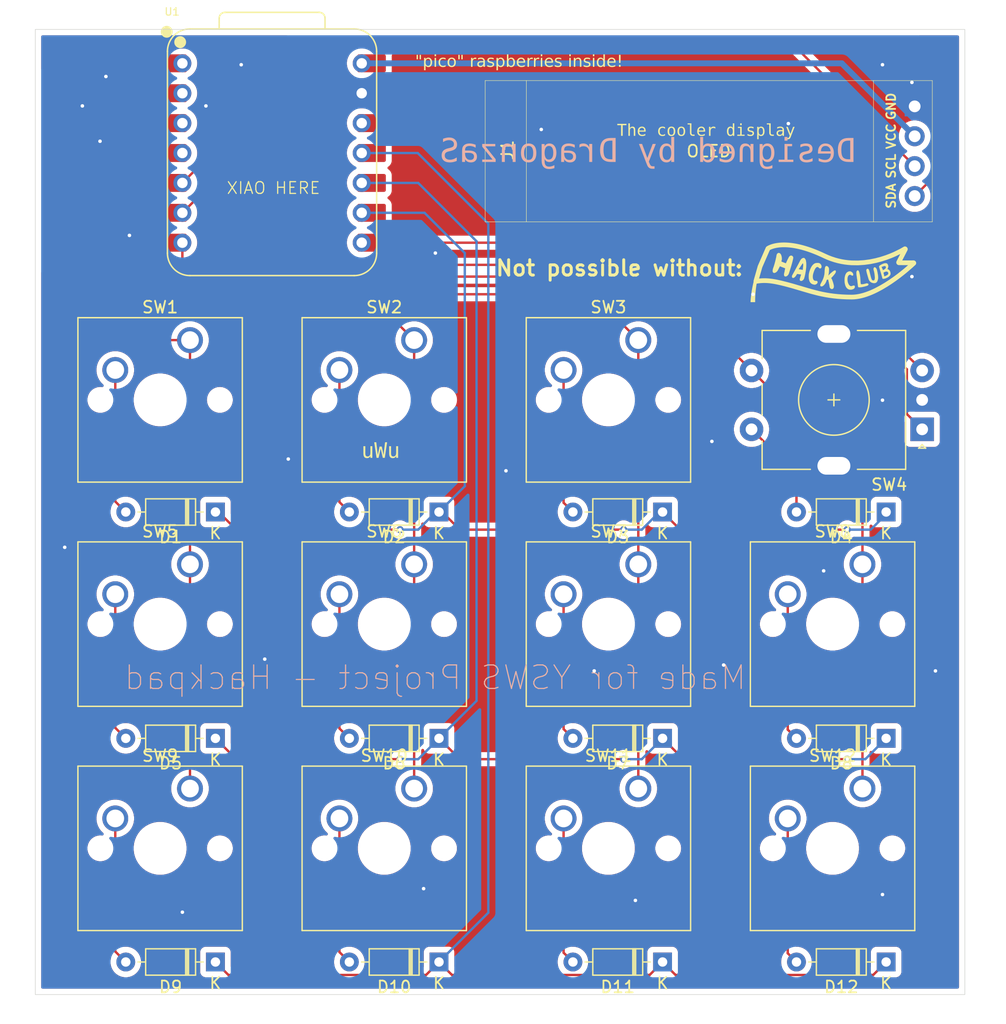
<source format=kicad_pcb>
(kicad_pcb (version 20241229) (generator "pcbnew") (generator_version "9.0")
  (layers (0 "F.Cu" signal) (2 "B.Cu" signal) (13 "F.Paste" user) (15 "B.Paste" user) (5 "F.SilkS" user "F.Silkscreen") (7 "B.SilkS" user "B.Silkscreen") (1 "F.Mask" user) (3 "B.Mask" user) (25 "Edge.Cuts" user))
  (net 0 "")
  (net 1 "Net-(D1-A)")
  (net 2 "ROW1")
  (net 3 "Net-(D3-A)")
  (net 4 "ROW2")
  (net 5 "Net-(D5-A)")
  (net 6 "Net-(D6-A)")
  (net 7 "ROW3")
  (net 8 "Net-(D7-A)")
  (net 9 "Net-(D8-A)")
  (net 10 "Net-(D9-A)")
  (net 11 "Net-(D10-A)")
  (net 12 "Net-(D11-A)")
  (net 13 "ENC_SW2")
  (net 14 "GND")
  (net 15 "+5V")
  (net 16 "SDA")
  (net 17 "SCL")
  (net 18 "COL1")
  (net 19 "COL2")
  (net 20 "COL3")
  (net 21 "ENC_A")
  (net 22 "ENC_B")
  (net 24 "Net-(D12-A)")
  (net 25 "COL4")
  (net 26 "Net-(D2-A)")
  (footprint "Diode_THT:D_DO-35_SOD27_P7.62mm_Horizontal" (layer "F.Cu") (at 179.81 131.7315 180)
    (property "Reference" "D8")
    (property "Value" "1N4148")
  )
  (footprint "Diode_THT:D_DO-35_SOD27_P7.62mm_Horizontal" (layer "F.Cu") (at 179.81 112.5 180)
    (property "Reference" "D4")
    (property "Value" "1N4148")
  )
  (footprint "Diode_THT:D_DO-35_SOD27_P7.62mm_Horizontal" (layer "F.Cu") (at 141.81 150.7315 180)
    (property "Reference" "D10")
    (property "Value" "1N4148")
  )
  (footprint "Seeed Studio XIAO Series Library:XIAO-RP2040-DIP" (layer "F.Cu") (at 127.62 82)
    (property "Reference" "U1")
    (property "Value" "XIAO-RP2040-DIP")
  )
  (footprint "Library:SW_Cherry_MX_1.00u_PCB_3D" (layer "F.Cu") (at 139.6975 97.89525)
    (property "Reference" "SW2")
    (property "Value" "SW_Push")
  )
  (footprint "Library:SW_Cherry_MX_1.00u_PCB_3D" (layer "F.Cu") (at 177.7975 116.94525)
    (property "Reference" "SW8")
    (property "Value" "SW_Push")
  )
  (footprint "Library:SW_Cherry_MX_1.00u_PCB_3D" (layer "F.Cu") (at 139.6975 135.99525)
    (property "Reference" "SW10")
    (property "Value" "SW_Push")
  )
  (footprint "Library:SW_Cherry_MX_1.00u_PCB_3D" (layer "F.Cu") (at 177.7975 135.99525)
    (property "Reference" "SW12")
    (property "Value" "SW_Push")
  )
  (footprint "Library:SW_Cherry_MX_1.00u_PCB_3D" (layer "F.Cu") (at 120.6475 97.89525)
    (property "Reference" "SW1")
    (property "Value" "SW_Push")
  )
  (footprint "Library:SW_Cherry_MX_1.00u_PCB_3D" (layer "F.Cu") (at 158.7475 97.89525)
    (property "Reference" "SW3")
    (property "Value" "SW_Push")
  )
  (footprint "Diode_THT:D_DO-35_SOD27_P7.62mm_Horizontal" (layer "F.Cu") (at 122.81 150.7315 180)
    (property "Reference" "D9")
    (property "Value" "1N4148")
  )
  (footprint "Diode_THT:D_DO-35_SOD27_P7.62mm_Horizontal" (layer "F.Cu") (at 179.81 150.7315 180)
    (property "Reference" "D12")
    (property "Value" "1N4148")
  )
  (footprint "Rotary_Encoder:RotaryEncoder_Alps_EC11E-Switch_Vertical_H20mm" (layer "F.Cu") (at 182.87 105.47525 180)
    (property "Reference" "SW4")
    (property "Value" "RotaryEncoder_Switch_MP")
  )
  (footprint "Library:SW_Cherry_MX_1.00u_PCB_3D" (layer "F.Cu") (at 158.7475 135.99525)
    (property "Reference" "SW11")
    (property "Value" "SW_Push")
  )
  (footprint "Diode_THT:D_DO-35_SOD27_P7.62mm_Horizontal" (layer "F.Cu") (at 122.81 112.5 180)
    (property "Reference" "D1")
    (property "Value" "1N4148")
  )
  (footprint "Library:SW_Cherry_MX_1.00u_PCB_3D" (layer "F.Cu") (at 139.6975 116.94525)
    (property "Reference" "SW6")
    (property "Value" "SW_Push")
  )
  (footprint "Library:SW_Cherry_MX_1.00u_PCB_3D" (layer "F.Cu") (at 120.6475 135.99525)
    (property "Reference" "SW9")
    (property "Value" "SW_Push")
  )
  (footprint "Library:SW_Cherry_MX_1.00u_PCB_3D" (layer "F.Cu") (at 158.7475 116.94525)
    (property "Reference" "SW7")
    (property "Value" "SW_Push")
  )
  (footprint "Diode_THT:D_DO-35_SOD27_P7.62mm_Horizontal" (layer "F.Cu") (at 141.81 112.5 180)
    (property "Reference" "D2")
    (property "Value" "1N4148")
  )
  (footprint "Library:SW_Cherry_MX_1.00u_PCB_3D" (layer "F.Cu") (at 120.6475 116.94525)
    (property "Reference" "SW5")
    (property "Value" "SW_Push")
  )
  (footprint "OLED:SSD1306-0.91-OLED-4pin-128x32" (layer "F.Cu") (at 145.735 75.8465)
    (property "Reference" "J1")
    (property "Value" "Conn_01x04_Pin")
  )
  (footprint "Diode_THT:D_DO-35_SOD27_P7.62mm_Horizontal" (layer "F.Cu") (at 122.81 131.7315 180)
    (property "Reference" "D5")
    (property "Value" "1N4148")
  )
  (footprint "Diode_THT:D_DO-35_SOD27_P7.62mm_Horizontal" (layer "F.Cu") (at 160.81 150.7315 180)
    (property "Reference" "D11")
    (property "Value" "1N4148")
  )
  (footprint "Diode_THT:D_DO-35_SOD27_P7.62mm_Horizontal" (layer "F.Cu") (at 160.81 131.7315 180)
    (property "Reference" "D7")
    (property "Value" "1N4148")
  )
  (footprint "Diode_THT:D_DO-35_SOD27_P7.62mm_Horizontal" (layer "F.Cu") (at 141.81 131.7315 180)
    (property "Reference" "D6")
    (property "Value" "1N4148")
  )
  (footprint "Diode_THT:D_DO-35_SOD27_P7.62mm_Horizontal" (layer "F.Cu") (at 160.81 112.5 180)
    (property "Reference" "D3")
    (property "Value" "1N4148")
  )
  (gr_poly (pts (xy 176.734839 92.052596) (xy 176.751107 92.054378) (xy 176.767164 92.057195) (xy 176.783007 92.061037) (xy 176.798634 92.065893) (xy 176.814042 92.071753) (xy 176.829227 92.078607) (xy 176.844188 92.086446) (xy 176.858922 92.095259) (xy 176.873425 92.105036) (xy 176.887696 92.115767) (xy 176.90173 92.127442) (xy 176.915526 92.14005) (xy 176.929081 92.153583) (xy 176.942392 92.16803) (xy 176.955455 92.18338) (xy 176.968269 92.199624) (xy 176.980831 92.216751) (xy 176.986825 92.229355) (xy 176.992202 92.242001) (xy 176.996951 92.254635) (xy 177.001065 92.2672) (xy 177.004535 92.279642) (xy 177.007353 92.291904) (xy 177.009509 92.30393) (xy 177.010995 92.315666) (xy 177.011803 92.327055) (xy 177.011924 92.338042) (xy 177.011348 92.348571) (xy 177.010069 92.358588) (xy 177.008076 92.368035) (xy 177.005361 92.376858) (xy 177.001916 92.385001) (xy 176.997732 92.392408) (xy 176.9928 92.399024) (xy 176.987111 92.404793) (xy 176.980658 92.409659) (xy 176.973431 92.413567) (xy 176.965422 92.416462) (xy 176.956622 92.418287) (xy 176.947022 92.418987) (xy 176.936615 92.418507) (xy 176.92539 92.41679) (xy 176.91334 92.413782) (xy 176.900455 92.409426) (xy 176.886728 92.403668) (xy 176.87215 92.396451) (xy 176.856711 92.387719) (xy 176.840404 92.377418) (xy 176.823219 92.365492) (xy 176.820358 92.363238) (xy 176.816246 92.360459) (xy 176.81097 92.357313) (xy 176.804615 92.353963) (xy 176.797268 92.35057) (xy 176.789015 92.347294) (xy 176.779942 92.344297) (xy 176.770134 92.341739) (xy 176.759678 92.339782) (xy 176.748659 92.338587) (xy 176.737164 92.338315) (xy 176.731265 92.338575) (xy 176.725279 92.339126) (xy 176.719217 92.339988) (xy 176.71309 92.341182) (xy 176.706908 92.342727) (xy 176.700682 92.344644) (xy 176.694423 92.346953) (xy 176.688142 92.349673) (xy 176.681849 92.352825) (xy 176.675555 92.35643) (xy 176.660356 92.365257) (xy 176.65582 92.368021) (xy 176.651028 92.371103) (xy 176.646 92.374552) (xy 176.640756 92.378414) (xy 176.635316 92.382739) (xy 176.629699 92.387572) (xy 176.623924 92.392964) (xy 176.618011 92.39896) (xy 176.611981 92.405609) (xy 176.605852 92.412959) (xy 176.599644 92.421058) (xy 176.593376 92.429952) (xy 176.583271 92.446056) (xy 176.574 92.462885) (xy 176.565541 92.480389) (xy 176.557873 92.498517) (xy 176.544825 92.536441) (xy 176.534682 92.576248) (xy 176.527273 92.617532) (xy 176.522426 92.659885) (xy 176.519967 92.702898) (xy 176.519726 92.746166) (xy 176.52153 92.789279) (xy 176.525206 92.83183) (xy 176.530583 92.873412) (xy 176.537487 92.913618) (xy 176.545748 92.952038) (xy 176.555193 92.988267) (xy 176.56565 93.021895) (xy 176.576946 93.052517) (xy 176.594811 93.093446) (xy 176.613132 93.130618) (xy 176.622473 93.147814) (xy 176.631937 93.164093) (xy 176.64153 93.179464) (xy 176.651253 93.193932) (xy 176.661111 93.207507) (xy 176.671108 93.220195) (xy 176.681245 93.232005) (xy 176.691527 93.242943) (xy 176.701957 93.253018) (xy 176.712539 93.262236) (xy 176.723276 93.270605) (xy 176.734171 93.278133) (xy 176.745228 93.284828) (xy 176.75645 93.290697) (xy 176.767841 93.295747) (xy 176.779403 93.299986) (xy 176.791141 93.303422) (xy 176.803058 93.306062) (xy 176.815157 93.307914) (xy 176.827442 93.308985) (xy 176.839916 93.309282) (xy 176.852582 93.308815) (xy 176.865444 93.307588) (xy 176.878505 93.305612) (xy 176.891769 93.302892) (xy 176.905239 93.299437) (xy 176.918918 93.295254) (xy 176.93281 93.290351) (xy 176.946392 93.285339) (xy 176.959169 93.280816) (xy 176.971171 93.276763) (xy 176.982426 93.273159) (xy 176.992965 93.269983) (xy 177.002819 93.267216) (xy 177.012015 93.264837) (xy 177.020585 93.262825) (xy 177.028558 93.261161) (xy 177.035964 93.259824) (xy 177.042832 93.258794) (xy 177.049193 93.25805) (xy 177.055076 93.257572) (xy 177.060511 93.25734) (xy 177.065528 93.257334) (xy 177.070156 93.257532) (xy 177.074425 93.257916) (xy 177.078365 93.258464) (xy 177.082007 93.259157) (xy 177.085378 93.259973) (xy 177.088511 93.260893) (xy 177.091433 93.261896) (xy 177.094175 93.262962) (xy 177.096767 93.264071) (xy 177.106227 93.268528) (xy 177.108514 93.269545) (xy 177.110829 93.270484) (xy 177.113203 93.271322) (xy 177.115664 93.272042) (xy 177.118947 93.273588) (xy 177.122443 93.276538) (xy 177.12971 93.286317) (xy 177.136729 93.300707) (xy 177.142765 93.319038) (xy 177.147083 93.340639) (xy 177.148368 93.352456) (xy 177.148947 93.36484) (xy 177.148729 93.377706) (xy 177.147622 93.39097) (xy 177.145534 93.40455) (xy 177.142373 93.418359) (xy 177.138048 93.432316) (xy 177.132465 93.446337) (xy 177.125533 93.460336) (xy 177.117161 93.474232) (xy 177.107257 93.487939) (xy 177.095728 93.501374) (xy 177.082482 93.514453) (xy 177.067428 93.527092) (xy 177.050475 93.539208) (xy 177.031529 93.550717) (xy 177.010499 93.561534) (xy 176.987293 93.571577) (xy 176.961819 93.58076) (xy 176.933985 93.589002) (xy 176.9037 93.596216) (xy 176.870871 93.602321) (xy 176.837183 93.606806) (xy 176.804387 93.609237) (xy 176.772492 93.609642) (xy 176.741505 93.608043) (xy 176.711436 93.604466) (xy 176.682292 93.598936) (xy 176.654081 93.591477) (xy 176.626812 93.582115) (xy 176.600493 93.570874) (xy 176.575133 93.557779) (xy 176.55074 93.542855) (xy 176.527322 93.526126) (xy 176.504887 93.507619) (xy 176.483444 93.487356) (xy 176.463001 93.465363) (xy 176.443566 93.441666) (xy 176.425148 93.416288) (xy 176.407755 93.389255) (xy 176.391395 93.360591) (xy 176.376076 93.330322) (xy 176.348597 93.265065) (xy 176.325383 93.193683) (xy 176.306501 93.116375) (xy 176.292018 93.033339) (xy 176.281999 92.944774) (xy 176.276511 92.850878) (xy 176.275893 92.787599) (xy 176.277223 92.727045) (xy 176.280442 92.669201) (xy 176.285492 92.61405) (xy 176.292313 92.561579) (xy 176.300847 92.511771) (xy 176.311035 92.464611) (xy 176.322817 92.420085) (xy 176.336135 92.378176) (xy 176.350929 92.33887) (xy 176.367142 92.302152) (xy 176.384713 92.268005) (xy 176.403584 92.236416) (xy 176.423697 92.207368) (xy 176.444991 92.180846) (xy 176.467408 92.156836) (xy 176.467407 92.156836) (xy 176.486505 92.141894) (xy 176.505434 92.128138) (xy 176.52419 92.115557) (xy 176.542772 92.104141) (xy 176.561176 92.09388) (xy 176.579399 92.084764) (xy 176.59744 92.076784) (xy 176.615295 92.069928) (xy 176.632961 92.064188) (xy 176.650435 92.059552) (xy 176.667716 92.056011) (xy 176.684799 92.053555) (xy 176.701682 92.052174) (xy 176.718364 92.051858)) (stroke (width 0.006614) (color 255 255 255 1)) (fill yes) (layer "F.SilkS"))
  (gr_poly (pts (xy 169.844182 89.961407) (xy 169.848826 89.961703) (xy 169.853614 89.96221) (xy 169.858286 89.96298) (xy 169.86259 89.964048) (xy 169.866536 89.965401) (xy 169.870136 89.967026) (xy 169.873399 89.968908) (xy 169.876337 89.971034) (xy 169.87896 89.973391) (xy 169.881278 89.975965) (xy 169.883302 89.978742) (xy 169.885043 89.981709) (xy 169.886512 89.984853) (xy 169.887718 89.988159) (xy 169.888673 89.991614) (xy 169.889387 89.995205) (xy 169.889871 89.998918) (xy 169.890135 90.002739) (xy 169.89019 90.006655) (xy 169.890047 90.010653) (xy 169.889716 90.014718) (xy 169.889207 90.018838) (xy 169.888532 90.022998) (xy 169.887701 90.027186) (xy 169.885613 90.035587) (xy 169.883028 90.043935) (xy 169.88003 90.052119) (xy 169.876705 90.060032) (xy 169.873138 90.067565) (xy 169.779449 90.265422) (xy 169.68401 90.476052) (xy 169.565677 90.748018) (xy 169.431575 91.071474) (xy 169.360838 91.249432) (xy 169.288832 91.43657) (xy 169.216447 91.631656) (xy 169.144573 91.83346) (xy 169.074103 92.04075) (xy 169.005926 92.252295) (xy 168.943583 92.466173) (xy 168.889618 92.68008) (xy 168.843431 92.892219) (xy 168.804419 93.100792) (xy 168.771983 93.304002) (xy 168.745521 93.500051) (xy 168.708114 93.863476) (xy 168.68739 94.176685) (xy 168.678541 94.425298) (xy 168.677232 94.671211) (xy 168.285694 94.671211) (xy 168.287885 94.580485) (xy 168.300322 94.405526) (xy 168.325794 94.158217) (xy 168.367093 93.850439) (xy 168.39455 93.677587) (xy 168.42701 93.494075) (xy 168.464822 93.301387) (xy 168.508335 93.101008) (xy 168.557898 92.894424) (xy 168.61386 92.683121) (xy 168.67657 92.468583) (xy 168.746375 92.252295) (xy 168.900918 91.824839) (xy 169.065003 91.416515) (xy 169.230138 91.038373) (xy 169.387831 90.701465) (xy 169.529591 90.416841) (xy 169.646926 90.195553) (xy 169.731344 90.048652) (xy 169.774353 89.987189) (xy 169.775633 89.985846) (xy 169.777226 89.98432) (xy 169.779448 89.982361) (xy 169.782296 89.980071) (xy 169.785764 89.977551) (xy 169.78773 89.976238) (xy 169.789849 89.974905) (xy 169.792121 89.973566) (xy 169.794546 89.972233) (xy 169.797122 89.97092) (xy 169.799849 89.969639) (xy 169.802728 89.968403) (xy 169.805756 89.967224) (xy 169.808935 89.966115) (xy 169.812262 89.96509) (xy 169.815738 89.96416) (xy 169.819362 89.963339) (xy 169.823133 89.962639) (xy 169.827051 89.962073) (xy 169.831116 89.961654) (xy 169.835326 89.961395) (xy 169.839682 89.961308)) (fill yes) (layer "F.SilkS"))
  (gr_poly (pts (xy 178.845323 91.708466) (xy 178.855918 91.710362) (xy 178.866678 91.713549) (xy 178.877559 91.71801) (xy 178.888515 91.723725) (xy 178.899502 91.730679) (xy 178.910477 91.738851) (xy 178.921394 91.748226) (xy 178.93221 91.758784) (xy 178.942879 91.770508) (xy 178.953358 91.78338) (xy 178.963602 91.797382) (xy 178.973567 91.812496) (xy 178.983208 91.828705) (xy 178.992481 91.84599) (xy 179.001342 91.864334) (xy 179.009746 91.883718) (xy 179.017648 91.904125) (xy 179.043029 92.003704) (xy 179.067399 92.112801) (xy 179.08948 92.22659) (xy 179.107994 92.340246) (xy 179.121662 92.448944) (xy 179.126279 92.499924) (xy 179.129206 92.547856) (xy 179.130282 92.592135) (xy 179.129348 92.632158) (xy 179.126244 92.667321) (xy 179.120809 92.697023) (xy 179.107778 92.749354) (xy 179.092959 92.803097) (xy 179.08437 92.829893) (xy 179.074723 92.856314) (xy 179.063815 92.882119) (xy 179.051442 92.907066) (xy 179.0374 92.930911) (xy 179.021485 92.953413) (xy 179.012762 92.964085) (xy 179.003495 92.974329) (xy 178.993658 92.984117) (xy 178.983225 92.993418) (xy 178.972171 93.002201) (xy 178.960472 93.010436) (xy 178.9481 93.018092) (xy 178.935031 93.025141) (xy 178.92124 93.03155) (xy 178.9067 93.037291) (xy 178.891387 93.042332) (xy 178.875275 93.046643) (xy 178.843532 93.051516) (xy 178.818 93.053636) (xy 178.787165 93.054536) (xy 178.75188 93.053457) (xy 178.713 93.049644) (xy 178.671378 93.042339) (xy 178.649805 93.03714) (xy 178.627867 93.030785) (xy 178.60567 93.023177) (xy 178.583321 93.014224) (xy 178.560926 93.003829) (xy 178.538593 92.991899) (xy 178.516427 92.978339) (xy 178.494536 92.963053) (xy 178.473027 92.945949) (xy 178.452005 92.92693) (xy 178.431578 92.905902) (xy 178.411852 92.882771) (xy 178.392935 92.857441) (xy 178.374932 92.829819) (xy 178.35795 92.799809) (xy 178.342097 92.767318) (xy 178.327478 92.732249) (xy 178.314201 92.694509) (xy 178.232984 92.419666) (xy 178.178992 92.231016) (xy 178.160361 92.15944) (xy 178.146322 92.097924) (xy 178.136138 92.042639) (xy 178.129071 91.989755) (xy 178.129071 91.989754) (xy 178.128093 91.976681) (xy 178.128008 91.963963) (xy 178.128777 91.951634) (xy 178.13036 91.939727) (xy 178.132716 91.928277) (xy 178.135806 91.917315) (xy 178.13959 91.906877) (xy 178.144027 91.896995) (xy 178.149078 91.887703) (xy 178.154702 91.879035) (xy 178.16086 91.871023) (xy 178.167512 91.863702) (xy 178.174617 91.857105) (xy 178.182136 91.851266) (xy 178.190028 91.846217) (xy 178.198253 91.841993) (xy 178.206772 91.838627) (xy 178.215545 91.836152) (xy 178.224531 91.834603) (xy 178.23369 91.834012) (xy 178.242983 91.834413) (xy 178.252369 91.835839) (xy 178.261809 91.838325) (xy 178.271262 91.841903) (xy 178.280688 91.846607) (xy 178.290048 91.852471) (xy 178.299301 91.859528) (xy 178.308407 91.867811) (xy 178.317326 91.877354) (xy 178.326019 91.888191) (xy 178.334445 91.900355) (xy 178.342564 91.91388) (xy 178.354771 91.940357) (xy 178.367251 91.975036) (xy 178.380034 92.016907) (xy 178.393149 92.064961) (xy 178.420491 92.175583) (xy 178.449511 92.298828) (xy 178.480443 92.426626) (xy 178.513519 92.550903) (xy 178.530934 92.609199) (xy 178.548973 92.663588) (xy 178.567665 92.71306) (xy 178.587038 92.756607) (xy 178.592621 92.764546) (xy 178.598537 92.772063) (xy 178.604765 92.779153) (xy 178.611283 92.785813) (xy 178.618067 92.792038) (xy 178.625094 92.797823) (xy 178.632343 92.803164) (xy 178.639791 92.808057) (xy 178.647414 92.812496) (xy 178.655191 92.816479) (xy 178.663098 92.819999) (xy 178.671114 92.823054) (xy 178.679214 92.825638) (xy 178.687378 92.827747) (xy 178.695581 92.829376) (xy 178.703802 92.830522) (xy 178.712018 92.831179) (xy 178.720206 92.831344) (xy 178.728343 92.831011) (xy 178.736408 92.830178) (xy 178.744376 92.828838) (xy 178.752227 92.826987) (xy 178.759936 92.824622) (xy 178.767481 92.821738) (xy 178.774841 92.81833) (xy 178.781991 92.814394) (xy 178.788909 92.809925) (xy 178.795574 92.80492) (xy 178.801962 92.799373) (xy 178.80805 92.793281) (xy 178.813816 92.786638) (xy 178.819237 92.779441) (xy 178.825096 92.767615) (xy 178.830312 92.754775) (xy 178.8389 92.726228) (xy 178.845178 92.694152) (xy 178.849322 92.658897) (xy 178.851508 92.620815) (xy 178.851913 92.580259) (xy 178.850714 92.537581) (xy 178.848086 92.493132) (xy 178.844207 92.447263) (xy 178.839252 92.400328) (xy 178.826823 92.304663) (xy 178.812211 92.20895) (xy 178.796827 92.116006) (xy 178.785863 92.073869) (xy 178.774948 92.03425) (xy 178.755112 91.962399) (xy 178.747112 91.930089) (xy 178.741005 91.900134) (xy 178.738806 91.886027) (xy 178.737253 91.872495) (xy 178.736404 91.859531) (xy 178.736317 91.847131) (xy 178.739118 91.827513) (xy 178.74275 91.809454) (xy 178.747167 91.792937) (xy 178.752326 91.777943) (xy 178.758182 91.764456) (xy 178.764691 91.752456) (xy 178.771808 91.741927) (xy 178.77949 91.732849) (xy 178.787691 91.725206) (xy 178.796367 91.71898) (xy 178.805474 91.714152) (xy 178.814967 91.710704) (xy 178.824803 91.708619) (xy 178.834936 91.707879)) (stroke (width 0.006614) (color 255 255 255 1)) (fill yes) (layer "F.SilkS"))
  (gr_poly (pts (xy 170.713315 90.493282) (xy 170.732688 90.498109) (xy 170.75199 90.505575) (xy 170.771094 90.515766) (xy 170.789875 90.52877) (xy 170.808206 90.544671) (xy 170.825964 90.563557) (xy 170.843022 90.585513) (xy 170.859253 90.610626) (xy 170.874534 90.638982) (xy 170.888738 90.670666) (xy 170.901739 90.705766) (xy 170.913412 90.744368) (xy 170.923632 90.786557) (xy 170.932272 90.83242) (xy 170.939207 90.882042) (xy 170.944311 90.935512) (xy 170.94746 90.992913) (xy 170.946597 91.010143) (xy 170.944862 91.027423) (xy 170.942409 91.044658) (xy 170.939389 91.061749) (xy 170.935955 91.0786) (xy 170.932258 91.095113) (xy 170.924686 91.126741) (xy 170.917891 91.155854) (xy 170.915165 91.169226) (xy 170.913089 91.181678) (xy 170.911816 91.193113) (xy 170.911499 91.203435) (xy 170.911745 91.208148) (xy 170.912288 91.212546) (xy 170.913145 91.216617) (xy 170.914337 91.220349) (xy 170.915809 91.222102) (xy 170.919304 91.224527) (xy 170.931818 91.2312) (xy 170.975144 91.250509) (xy 171.035631 91.275223) (xy 171.104594 91.302289) (xy 171.291524 91.373019) (xy 171.368022 91.201102) (xy 171.402091 91.127656) (xy 171.437837 91.053185) (xy 171.473109 90.983273) (xy 171.505757 90.9235) (xy 171.5206 90.889351) (xy 171.536411 90.858606) (xy 171.553079 90.83116) (xy 171.570489 90.806906) (xy 171.588526 90.785738) (xy 171.607079 90.767551) (xy 171.626032 90.752239) (xy 171.645272 90.739695) (xy 171.664686 90.729814) (xy 171.684159 90.72249) (xy 171.703579 90.717618) (xy 171.72283 90.71509) (xy 171.7418 90.714801) (xy 171.760374 90.716646) (xy 171.77844 90.720517) (xy 171.795883 90.726311) (xy 171.812589 90.733919) (xy 171.828445 90.743238) (xy 171.843337 90.75416) (xy 171.857152 90.766579) (xy 171.869775 90.780391) (xy 171.881093 90.795488) (xy 171.890992 90.811766) (xy 171.899359 90.829117) (xy 171.90608 90.847437) (xy 171.91104 90.866618) (xy 171.914127 90.886556) (xy 171.915226 90.907145) (xy 171.914224 90.928278) (xy 171.911007 90.949849) (xy 171.905461 90.971753) (xy 171.897473 90.993884) (xy 171.883278 91.066949) (xy 171.865582 91.146482) (xy 171.821779 91.319899) (xy 171.770263 91.504029) (xy 171.715231 91.68877) (xy 171.543884 92.231758) (xy 171.53231 92.261516) (xy 171.51914 92.289633) (xy 171.50453 92.316069) (xy 171.488636 92.340784) (xy 171.471615 92.363737) (xy 171.453623 92.384888) (xy 171.434818 92.404196) (xy 171.415354 92.42162) (xy 171.39539 92.437121) (xy 171.375081 92.450657) (xy 171.354583 92.462189) (xy 171.334054 92.471675) (xy 171.31365 92.479075) (xy 171.293527 92.484348) (xy 171.273841 92.487455) (xy 171.25475 92.488354) (xy 171.23641 92.487005) (xy 171.218977 92.483367) (xy 171.202607 92.4774) (xy 171.187458 92.469064) (xy 171.173685 92.458318) (xy 171.161446 92.445121) (xy 171.150896 92.429432) (xy 171.142193 92.411212) (xy 171.135492 92.39042) (xy 171.13095 92.367015) (xy 171.128724 92.340957) (xy 171.12897 92.312205) (xy 171.131844 92.280719) (xy 171.137503 92.246458) (xy 171.146104 92.209381) (xy 171.157804 92.169449) (xy 171.171636 92.104453) (xy 171.184975 92.038955) (xy 171.208508 91.917754) (xy 171.231331 91.793664) (xy 170.779746 91.620534) (xy 170.725228 91.728333) (xy 170.669757 91.836507) (xy 170.606745 91.957242) (xy 170.59224 91.984118) (xy 170.575846 92.009836) (xy 170.557773 92.034278) (xy 170.538235 92.057327) (xy 170.517441 92.078865) (xy 170.495604 92.098776) (xy 170.472936 92.116942) (xy 170.449648 92.133246) (xy 170.425952 92.14757) (xy 170.402059 92.159796) (xy 170.378182 92.169808) (xy 170.35453 92.177488) (xy 170.331318 92.182719) (xy 170.308754 92.185383) (xy 170.287053 92.185363) (xy 170.266425 92.182542) (xy 170.247081 92.176801) (xy 170.229234 92.168025) (xy 170.213094 92.156095) (xy 170.198875 92.140894) (xy 170.186786 92.122304) (xy 170.177041 92.100209) (xy 170.16985 92.074491) (xy 170.165425 92.045032) (xy 170.163978 92.011716) (xy 170.16572 91.974424) (xy 170.170863 91.93304) (xy 170.179619 91.887445) (xy 170.192199 91.837524) (xy 170.208814 91.783157) (xy 170.229678 91.724229) (xy 170.255 91.660621) (xy 170.304791 91.49989) (xy 170.348103 91.34902) (xy 170.385427 91.208512) (xy 170.417258 91.07887) (xy 170.444087 90.960595) (xy 170.466408 90.854191) (xy 170.499494 90.679003) (xy 170.499494 90.679004) (xy 170.504873 90.654582) (xy 170.512065 90.631507) (xy 170.520943 90.609865) (xy 170.531382 90.589742) (xy 170.543257 90.571223) (xy 170.556441 90.554396) (xy 170.57081 90.539347) (xy 170.586237 90.526161) (xy 170.602597 90.514925) (xy 170.619764 90.505725) (xy 170.637614 90.498647) (xy 170.656019 90.493777) (xy 170.674854 90.491203) (xy 170.693995 90.491009)) (stroke (width 0.006614) (color 255 255 255 1)) (fill yes) (layer "F.SilkS"))
  (gr_poly (pts (xy 174.756676 91.60268) (xy 174.771068 91.604946) (xy 174.785535 91.608797) (xy 174.799984 91.614174) (xy 174.814325 91.621017) (xy 174.828465 91.629266) (xy 174.842315 91.63886) (xy 174.855782 91.649741) (xy 174.868776 91.661848) (xy 174.881205 91.675121) (xy 174.892978 91.6895) (xy 174.904004 91.704926) (xy 174.914191 91.721339) (xy 174.923449 91.738678) (xy 174.931685 91.756884) (xy 174.93881 91.775897) (xy 174.944731 91.795658) (xy 174.949358 91.816105) (xy 174.952599 91.837179) (xy 174.954362 91.858821) (xy 174.954558 91.88097) (xy 174.953094 91.903567) (xy 174.953524 91.947443) (xy 174.952413 91.992492) (xy 174.949971 92.038161) (xy 174.946406 92.083898) (xy 174.941926 92.129151) (xy 174.93674 92.173367) (xy 174.925088 92.256479) (xy 174.913117 92.328815) (xy 174.9025 92.385954) (xy 174.892001 92.436969) (xy 174.90164 92.421165) (xy 174.917539 92.399888) (xy 174.944247 92.368339) (xy 174.962456 92.348397) (xy 174.98433 92.325506) (xy 175.01019 92.29954) (xy 175.040357 92.270372) (xy 175.075151 92.237875) (xy 175.114893 92.201922) (xy 175.159905 92.162386) (xy 175.210506 92.119141) (xy 175.236623 92.09757) (xy 175.261478 92.077955) (xy 175.285093 92.060242) (xy 175.307489 92.044377) (xy 175.328687 92.030306) (xy 175.348708 92.017972) (xy 175.367575 92.007322) (xy 175.385307 91.998301) (xy 175.401927 91.990855) (xy 175.417455 91.984929) (xy 175.431913 91.980468) (xy 175.445321 91.977417) (xy 175.457702 91.975722) (xy 175.469077 91.975329) (xy 175.479466 91.976183) (xy 175.488891 91.978228) (xy 175.497373 91.981411) (xy 175.504934 91.985677) (xy 175.511595 91.990972) (xy 175.517376 91.997239) (xy 175.522299 92.004426) (xy 175.526386 92.012477) (xy 175.529658 92.021338) (xy 175.532135 92.030954) (xy 175.53384 92.04127) (xy 175.534793 92.052233) (xy 175.535015 92.063786) (xy 175.534529 92.075876) (xy 175.533355 92.088448) (xy 175.531513 92.101448) (xy 175.529027 92.11482) (xy 175.525916 92.12851) (xy 175.521708 92.142349) (xy 175.515693 92.157382) (xy 175.507998 92.173502) (xy 175.49875 92.190602) (xy 175.476105 92.227314) (xy 175.448776 92.26666) (xy 175.417781 92.307783) (xy 175.38414 92.349826) (xy 175.34887 92.391933) (xy 175.312989 92.433245) (xy 175.24347 92.510062) (xy 175.183727 92.573419) (xy 175.126157 92.632332) (xy 175.130985 92.634624) (xy 175.135813 92.637659) (xy 175.140632 92.641384) (xy 175.14543 92.645744) (xy 175.150198 92.650687) (xy 175.154926 92.656159) (xy 175.164222 92.668477) (xy 175.173237 92.682268) (xy 175.18189 92.697106) (xy 175.190101 92.712561) (xy 175.19779 92.728207) (xy 175.204875 92.743616) (xy 175.211277 92.758358) (xy 175.221708 92.784133) (xy 175.230826 92.808862) (xy 175.25959 92.886737) (xy 175.284854 92.960376) (xy 175.306694 93.029798) (xy 175.325186 93.095022) (xy 175.340409 93.15607) (xy 175.352437 93.21296) (xy 175.357278 93.239853) (xy 175.361348 93.265713) (xy 175.364659 93.290545) (xy 175.367219 93.314349) (xy 175.365847 93.346966) (xy 175.362701 93.376916) (xy 175.357895 93.404268) (xy 175.351544 93.429095) (xy 175.343761 93.451467) (xy 175.334662 93.471455) (xy 175.32436 93.48913) (xy 175.312969 93.504563) (xy 175.300605 93.517826) (xy 175.287381 93.528989) (xy 175.273412 93.538123) (xy 175.258812 93.545299) (xy 175.243696 93.550589) (xy 175.228177 93.554063) (xy 175.212371 93.555792) (xy 175.196391 93.555847) (xy 175.180351 93.5543) (xy 175.164367 93.551221) (xy 175.148552 93.546681) (xy 175.133021 93.540752) (xy 175.117888 93.533504) (xy 175.103268 93.525008) (xy 175.089274 93.515336) (xy 175.076021 93.504558) (xy 175.063624 93.492746) (xy 175.052197 93.47997) (xy 175.041854 93.466302) (xy 175.032709 93.451812) (xy 175.024877 93.436571) (xy 175.018472 93.420651) (xy 175.013609 93.404122) (xy 175.010401 93.387056) (xy 174.998329 93.304705) (xy 174.981037 93.206646) (xy 174.960629 93.101104) (xy 174.939212 92.996306) (xy 174.885545 92.749066) (xy 174.769366 92.76211) (xy 174.757222 92.799668) (xy 174.74341 92.840072) (xy 174.725654 92.889077) (xy 174.704865 92.942321) (xy 174.681956 92.995443) (xy 174.669991 93.020595) (xy 174.657838 93.04408) (xy 174.645611 93.065353) (xy 174.633423 93.08387) (xy 174.608473 93.119381) (xy 174.583728 93.151875) (xy 174.559251 93.181433) (xy 174.535104 93.208133) (xy 174.511347 93.232056) (xy 174.488044 93.253281) (xy 174.465255 93.271888) (xy 174.443042 93.287958) (xy 174.421468 93.301569) (xy 174.400593 93.312801) (xy 174.38048 93.321735) (xy 174.36119 93.328449) (xy 174.342786 93.333024) (xy 174.325328 93.33554) (xy 174.308879 93.336076) (xy 174.2935 93.334712) (xy 174.279253 93.331527) (xy 174.2662 93.326602) (xy 174.254402 93.320016) (xy 174.243921 93.31185) (xy 174.23482 93.302182) (xy 174.227159 93.291092) (xy 174.221001 93.278661) (xy 174.216407 93.264968) (xy 174.213439 93.250092) (xy 174.212158 93.234115) (xy 174.212627 93.217114) (xy 174.214907 93.199171) (xy 174.21906 93.180364) (xy 174.225148 93.160774) (xy 174.233232 93.14048) (xy 174.243374 93.119562) (xy 174.325865 92.964183) (xy 174.356201 92.906099) (xy 174.386071 92.847226) (xy 174.413296 92.791014) (xy 174.4357 92.740917) (xy 174.454971 92.694597) (xy 174.472441 92.64955) (xy 174.488205 92.605738) (xy 174.502358 92.563122) (xy 174.526208 92.481324) (xy 174.54475 92.40385) (xy 174.558743 92.330392) (xy 174.568945 92.260643) (xy 174.576114 92.194295) (xy 174.581009 92.131042) (xy 174.593018 91.902826) (xy 174.597921 91.850434) (xy 174.605099 91.799293) (xy 174.615314 91.749095) (xy 174.629322 91.699533) (xy 174.629323 91.699533) (xy 174.636882 91.680405) (xy 174.645519 91.663521) (xy 174.655141 91.648821) (xy 174.665659 91.636246) (xy 174.67698 91.625736) (xy 174.689014 91.617231) (xy 174.701669 91.61067) (xy 174.714853 91.605995) (xy 174.728477 91.603145) (xy 174.742448 91.60206)) (stroke (width 0.006614) (color 255 255 255 1)) (fill yes) (layer "F.SilkS"))
  (gr_poly (pts (xy 171.27594 89.805293) (xy 171.444861 89.813725) (xy 171.623517 89.828788) (xy 171.812018 89.851081) (xy 172.010477 89.881206) (xy 172.219006 89.919761) (xy 172.437715 89.967345) (xy 172.666718 90.02456) (xy 172.906125 90.092004) (xy 173.156049 90.170277) (xy 173.416602 90.259978) (xy 173.687894 90.361708) (xy 173.970038 90.476066) (xy 174.263146 90.603652) (xy 174.56733 90.745064) (xy 174.859918 90.875988) (xy 175.152181 90.988734) (xy 175.443642 91.084151) (xy 175.733824 91.163093) (xy 176.022249 91.226409) (xy 176.308439 91.274952) (xy 176.591917 91.309572) (xy 176.872206 91.331121) (xy 177.421305 91.338409) (xy 177.951916 91.303628) (xy 178.46022 91.233587) (xy 178.942397 91.135095) (xy 179.394627 91.014963) (xy 179.81309 90.880001) (xy 180.193966 90.737019) (xy 180.533436 90.592826) (xy 181.072878 90.32805) (xy 181.400856 90.140153) (xy 181.40265 90.139185) (xy 181.404508 90.138451) (xy 181.406421 90.13794) (xy 181.408378 90.137644) (xy 181.410369 90.137554) (xy 181.412385 90.137658) (xy 181.414416 90.137949) (xy 181.416451 90.138417) (xy 181.418481 90.139051) (xy 181.420497 90.139844) (xy 181.422487 90.140784) (xy 181.424442 90.141864) (xy 181.426353 90.143072) (xy 181.428208 90.144401) (xy 181.43 90.14584) (xy 181.431716 90.147379) (xy 181.433348 90.14901) (xy 181.434886 90.150724) (xy 181.43632 90.152509) (xy 181.43764 90.154358) (xy 181.438835 90.15626) (xy 181.439897 90.158206) (xy 181.440814 90.160187) (xy 181.441578 90.162193) (xy 181.442179 90.164214) (xy 181.442605 90.166242) (xy 181.442849 90.168267) (xy 181.442898 90.170279) (xy 181.442745 90.172268) (xy 181.442378 90.174226) (xy 181.441788 90.176143) (xy 181.440965 90.178009) (xy 180.872588 91.284391) (xy 180.871809 91.286035) (xy 180.871152 91.287693) (xy 180.870615 91.289362) (xy 180.870194 91.291038) (xy 180.869887 91.292716) (xy 180.869692 91.294391) (xy 180.869606 91.29606) (xy 180.869627 91.297717) (xy 180.869752 91.29936) (xy 180.869979 91.300982) (xy 180.870304 91.30258) (xy 180.870726 91.30415) (xy 180.871241 91.305687) (xy 180.871848 91.307187) (xy 180.872544 91.308645) (xy 180.873326 91.310057) (xy 180.874191 91.311419) (xy 180.875138 91.312727) (xy 180.876163 91.313975) (xy 180.877264 91.31516) (xy 180.878439 91.316278) (xy 180.879684 91.317323) (xy 180.880998 91.318291) (xy 180.882377 91.319179) (xy 180.88382 91.319982) (xy 180.885323 91.320696) (xy 180.886885 91.321315) (xy 180.888502 91.321836) (xy 180.890172 91.322255) (xy 180.891892 91.322566) (xy 180.893661 91.322766) (xy 180.895474 91.322851) (xy 181.354685 91.32665) (xy 181.719387 91.326636) (xy 182.135921 91.323163) (xy 182.138135 91.323213) (xy 182.140284 91.323417) (xy 182.142366 91.323769) (xy 182.144375 91.324261) (xy 182.146309 91.324887) (xy 182.148163 91.325639) (xy 182.149933 91.32651) (xy 182.151617 91.327494) (xy 182.15321 91.328583) (xy 182.154708 91.32977) (xy 182.156107 91.331048) (xy 182.157405 91.332411) (xy 182.158596 91.333851) (xy 182.159678 91.335361) (xy 182.160646 91.336934) (xy 182.161496 91.338563) (xy 182.162226 91.340241) (xy 182.16283 91.341962) (xy 182.163306 91.343717) (xy 182.163649 91.3455) (xy 182.163856 91.347305) (xy 182.163923 91.349123) (xy 182.163846 91.350948) (xy 182.163621 91.352773) (xy 182.163245 91.354591) (xy 182.162714 91.356395) (xy 182.162023 91.358177) (xy 182.16117 91.359931) (xy 182.160151 91.36165) (xy 182.158961 91.363327) (xy 182.157597 91.364955) (xy 182.156055 91.366526) (xy 181.906331 91.595017) (xy 181.470868 91.969813) (xy 181.194237 92.195049) (xy 180.884073 92.43643) (xy 180.544679 92.687145) (xy 180.180355 92.940383) (xy 179.795401 93.189336) (xy 179.39412 93.42719) (xy 178.980811 93.647137) (xy 178.77099 93.748267) (xy 178.559776 93.842366) (xy 178.347705 93.928583) (xy 178.135315 94.006066) (xy 177.923144 94.073964) (xy 177.71173 94.131426) (xy 177.50161 94.177601) (xy 177.293321 94.211637) (xy 177.087402 94.232683) (xy 176.88439 94.239887) (xy 176.462075 94.23371) (xy 176.062767 94.215833) (xy 175.684579 94.187244) (xy 175.325623 94.148929) (xy 174.98401 94.101873) (xy 174.657852 94.047063) (xy 174.34526 93.985485) (xy 174.044346 93.918124) (xy 173.47 93.77) (xy 172.919706 93.610579) (xy 171.830849 93.289398) (xy 171.317351 93.150852) (xy 170.863704 93.037597) (xy 170.458805 92.949814) (xy 170.271167 92.915533) (xy 170.091553 92.887688) (xy 169.918576 92.866303) (xy 169.750847 92.851401) (xy 169.586979 92.843004) (xy 169.425584 92.841136) (xy 169.265275 92.845818) (xy 169.104663 92.857075) (xy 168.942362 92.874929) (xy 168.776983 92.899403) (xy 168.775187 92.899642) (xy 168.773412 92.899761) (xy 168.771661 92.899764) (xy 168.769938 92.899654) (xy 168.768246 92.899436) (xy 168.766588 92.899113) (xy 168.764968 92.898688) (xy 168.763389 92.898166) (xy 168.761855 92.897549) (xy 168.76037 92.896843) (xy 168.758935 92.89605) (xy 168.757556 92.895174) (xy 168.756235 92.894219) (xy 168.754976 92.893189) (xy 168.753782 92.892086) (xy 168.752656 92.890916) (xy 168.751603 92.889681) (xy 168.750625 92.888386) (xy 168.749727 92.887034) (xy 168.74891 92.885629) (xy 168.748179 92.884174) (xy 168.747538 92.882673) (xy 168.746989 92.88113) (xy 168.746536 92.879549) (xy 168.746182 92.877933) (xy 168.745931 92.876286) (xy 168.745787 92.874611) (xy 168.745752 92.872913) (xy 168.74583 92.871195) (xy 168.746025 92.869461) (xy 168.74634 92.867715) (xy 168.746778 92.865959) (xy 169.092411 91.652286) (xy 169.764246 90.114126) (xy 169.764604 90.113334) (xy 169.764977 90.112563) (xy 169.765366 90.111814) (xy 169.765773 90.111085) (xy 169.766199 90.110377) (xy 169.766645 90.109688) (xy 169.767111 90.10902) (xy 169.7676 90.108372) (xy 169.768113 90.107743) (xy 169.76865 90.107133) (xy 169.769212 90.106542) (xy 169.769802 90.105969) (xy 169.77042 90.105415) (xy 169.771067 90.104879) (xy 169.771744 90.104361) (xy 169.772453 90.10386) (xy 169.80582 90.082919) (xy 169.870522 90.047727) (xy 169.967454 90.003079) (xy 170.097509 89.953774) (xy 170.175237 89.928874) (xy 170.261582 89.904609) (xy 170.356655 89.881578) (xy 170.460568 89.86038) (xy 170.573432 89.841617) (xy 170.69536 89.825887) (xy 170.826462 89.81379) (xy 170.966852 89.805925) (xy 171.116641 89.802893)) (stroke (width 0.4)) (fill no) (layer "F.SilkS"))
  (gr_poly (pts (xy 174.007195 91.33776) (xy 174.034077 91.339644) (xy 174.059616 91.343182) (xy 174.08383 91.348281) (xy 174.106736 91.354848) (xy 174.128353 91.362787) (xy 174.148698 91.372006) (xy 174.167789 91.382411) (xy 174.185645 91.393909) (xy 174.202283 91.406404) (xy 174.217721 91.419804) (xy 174.231977 91.434015) (xy 174.24507 91.448943) (xy 174.257017 91.464494) (xy 174.267835 91.480575) (xy 174.277544 91.497092) (xy 174.286161 91.513951) (xy 174.293704 91.531059) (xy 174.300191 91.548321) (xy 174.305639 91.565644) (xy 174.310068 91.582935) (xy 174.313494 91.600098) (xy 174.315936 91.617042) (xy 174.317412 91.633671) (xy 174.317939 91.649893) (xy 174.317536 91.665613) (xy 174.316221 91.680738) (xy 174.314011 91.695174) (xy 174.310925 91.708828) (xy 174.30698 91.721605) (xy 174.306979 91.721605) (xy 174.301444 91.735227) (xy 174.294236 91.748684) (xy 174.285402 91.761578) (xy 174.28039 91.767689) (xy 174.274988 91.773511) (xy 174.269202 91.778993) (xy 174.263039 91.784086) (xy 174.256504 91.78874) (xy 174.249602 91.792906) (xy 174.24234 91.796534) (xy 174.234724 91.799574) (xy 174.226758 91.801977) (xy 174.21845 91.803692) (xy 174.209804 91.804671) (xy 174.200826 91.804864) (xy 174.191523 91.804221) (xy 174.181899 91.802692) (xy 174.171962 91.800228) (xy 174.161716 91.796779) (xy 174.151167 91.792295) (xy 174.140321 91.786727) (xy 174.129185 91.780025) (xy 174.117763 91.772139) (xy 174.106061 91.763021) (xy 174.094085 91.752619) (xy 174.081842 91.740885) (xy 174.069336 91.727769) (xy 174.056573 91.713221) (xy 174.04356 91.697191) (xy 174.021925 91.687942) (xy 174.000798 91.682028) (xy 173.980179 91.679295) (xy 173.960066 91.679591) (xy 173.940458 91.682764) (xy 173.921353 91.688662) (xy 173.902751 91.697132) (xy 173.884649 91.708022) (xy 173.867047 91.721179) (xy 173.849943 91.736451) (xy 173.833336 91.753685) (xy 173.817225 91.77273) (xy 173.786485 91.815639) (xy 173.757711 91.86396) (xy 173.730894 91.916473) (xy 173.706023 91.971959) (xy 173.683087 92.029198) (xy 173.662076 92.086971) (xy 173.625789 92.199244) (xy 173.597076 92.299021) (xy 173.591873 92.327233) (xy 173.587007 92.357911) (xy 173.582694 92.39064) (xy 173.579151 92.425002) (xy 173.576595 92.460582) (xy 173.575244 92.496962) (xy 173.575315 92.533726) (xy 173.577024 92.570458) (xy 173.580588 92.606741) (xy 173.586226 92.642159) (xy 173.594154 92.676295) (xy 173.599044 92.692752) (xy 173.604588 92.708733) (xy 173.610813 92.724185) (xy 173.617746 92.739056) (xy 173.625415 92.753295) (xy 173.633846 92.766849) (xy 173.643066 92.779666) (xy 173.653104 92.791694) (xy 173.663985 92.802881) (xy 173.675737 92.813175) (xy 173.682982 92.818827) (xy 173.690327 92.824061) (xy 173.697763 92.828895) (xy 173.705282 92.833343) (xy 173.712877 92.837422) (xy 173.72054 92.841149) (xy 173.736035 92.847612) (xy 173.751706 92.852861) (xy 173.767488 92.857027) (xy 173.783319 92.860241) (xy 173.799135 92.862632) (xy 173.814872 92.864332) (xy 173.830467 92.865471) (xy 173.860979 92.866589) (xy 173.890163 92.86703) (xy 173.917513 92.867838) (xy 173.922817 92.869083) (xy 173.928354 92.871484) (xy 173.934037 92.874982) (xy 173.939775 92.879516) (xy 173.94548 92.885028) (xy 173.951062 92.891457) (xy 173.956432 92.898745) (xy 173.961501 92.906832) (xy 173.966181 92.915658) (xy 173.97038 92.925164) (xy 173.974011 92.93529) (xy 173.976985 92.945977) (xy 173.979211 92.957165) (xy 173.980601 92.968794) (xy 173.981066 92.980806) (xy 173.980517 92.993141) (xy 173.978864 93.005739) (xy 173.976018 93.01854) (xy 173.97189 93.031486) (xy 173.96639 93.044516) (xy 173.959431 93.057571) (xy 173.950922 93.070592) (xy 173.940774 93.083519) (xy 173.928898 93.096292) (xy 173.915205 93.108853) (xy 173.899606 93.121141) (xy 173.882011 93.133097) (xy 173.862332 93.144661) (xy 173.840479 93.155775) (xy 173.816363 93.166378) (xy 173.789895 93.17641) (xy 173.760985 93.185814) (xy 173.730414 93.182954) (xy 173.683059 93.177399) (xy 173.654535 93.172591) (xy 173.62355 93.165885) (xy 173.590684 93.156873) (xy 173.556516 93.145147) (xy 173.521622 93.1303) (xy 173.504085 93.121578) (xy 173.486584 93.111923) (xy 173.46919 93.101284) (xy 173.451978 93.089609) (xy 173.435018 93.076848) (xy 173.418383 93.062949) (xy 173.402146 93.047862) (xy 173.386379 93.031535) (xy 173.371153 93.013919) (xy 173.356543 92.99496) (xy 173.342619 92.97461) (xy 173.329454 92.952816) (xy 173.31712 92.929528) (xy 173.30569 92.904694) (xy 173.294244 92.877747) (xy 173.283975 92.850124) (xy 173.27483 92.821926) (xy 173.266756 92.793254) (xy 173.259698 92.764206) (xy 173.253605 92.734885) (xy 173.248421 92.70539) (xy 173.244095 92.675822) (xy 173.2378 92.616868) (xy 173.234293 92.558826) (xy 173.233146 92.502499) (xy 173.233932 92.448691) (xy 173.236225 92.398205) (xy 173.239598 92.351845) (xy 173.243623 92.310413) (xy 173.247874 92.274712) (xy 173.258595 92.205295) (xy 173.266838 92.168387) (xy 173.292749 92.071053) (xy 173.312882 92.006005) (xy 173.338095 91.933382) (xy 173.36861 91.855696) (xy 173.404648 91.775458) (xy 173.44643 91.695179) (xy 173.469543 91.655808) (xy 173.494176 91.617369) (xy 173.520355 91.580174) (xy 173.548109 91.544539) (xy 173.577464 91.510776) (xy 173.608449 91.4792) (xy 173.641091 91.450125) (xy 173.675418 91.423864) (xy 173.711457 91.400731) (xy 173.749236 91.381039) (xy 173.788783 91.365104) (xy 173.830125 91.353239) (xy 173.873291 91.345757) (xy 173.918307 91.342972) (xy 173.949327 91.33933) (xy 173.978951 91.337624)) (stroke (width 0.006614) (color 255 255 255 1)) (fill yes) (layer "F.SilkS"))
  (gr_poly (pts (xy 177.411919 91.97402) (xy 177.423332 91.977565) (xy 177.434775 91.98326) (xy 177.446185 91.991205) (xy 177.457503 92.001499) (xy 177.468666 92.014241) (xy 177.479614 92.029531) (xy 177.490285 92.047468) (xy 177.500618 92.068151) (xy 177.510552 92.091679) (xy 177.520026 92.118153) (xy 177.528978 92.147671) (xy 177.537348 92.180333) (xy 177.545074 92.216238) (xy 177.552094 92.255486) (xy 177.56727 92.311312) (xy 177.580126 92.372203) (xy 177.590918 92.437048) (xy 177.5999 92.504734) (xy 177.613457 92.644187) (xy 177.622837 92.781669) (xy 177.637231 93.015157) (xy 177.641408 93.058404) (xy 177.646327 93.093378) (xy 177.652242 93.118967) (xy 177.659409 93.134061) (xy 177.664126 93.138449) (xy 177.670339 93.142158) (xy 177.677955 93.145216) (xy 177.686883 93.147655) (xy 177.697033 93.149504) (xy 177.708313 93.150793) (xy 177.733897 93.15181) (xy 177.762903 93.150945) (xy 177.794602 93.148438) (xy 177.828263 93.144526) (xy 177.863155 93.139449) (xy 177.898547 93.133446) (xy 177.933708 93.126756) (xy 178.000415 93.112269) (xy 178.057431 93.097901) (xy 178.098908 93.085563) (xy 178.115556 93.080988) (xy 178.133491 93.077931) (xy 178.152331 93.076364) (xy 178.171688 93.07626) (xy 178.19118 93.077593) (xy 178.21042 93.080335) (xy 178.229025 93.084459) (xy 178.246609 93.089939) (xy 178.262787 93.096746) (xy 178.270229 93.100639) (xy 178.277176 93.104854) (xy 178.283578 93.109388) (xy 178.289389 93.114236) (xy 178.294559 93.119396) (xy 178.299042 93.124865) (xy 178.302788 93.130638) (xy 178.30575 93.136713) (xy 178.30788 93.143086) (xy 178.309129 93.149754) (xy 178.309449 93.156713) (xy 178.308793 93.16396) (xy 178.307112 93.171492) (xy 178.304358 93.179305) (xy 178.301532 93.187192) (xy 178.298422 93.194634) (xy 178.295048 93.201647) (xy 178.291433 93.208245) (xy 178.287597 93.214443) (xy 178.283561 93.220256) (xy 178.279348 93.225698) (xy 178.274977 93.230783) (xy 178.270471 93.235528) (xy 178.26585 93.239946) (xy 178.261137 93.244052) (xy 178.256351 93.24786) (xy 178.251515 93.251386) (xy 178.246649 93.254645) (xy 178.236915 93.260416) (xy 178.227319 93.265293) (xy 178.21803 93.269392) (xy 178.209219 93.272831) (xy 178.201056 93.275727) (xy 178.187353 93.280362) (xy 178.182154 93.282337) (xy 178.178283 93.284239) (xy 178.1423 93.296316) (xy 178.057681 93.320663) (xy 177.940491 93.350852) (xy 177.806795 93.380454) (xy 177.738778 93.393027) (xy 177.672657 93.403042) (xy 177.610443 93.409696) (xy 177.554143 93.412186) (xy 177.528838 93.411619) (xy 177.505765 93.409709) (xy 177.485174 93.406356) (xy 177.467316 93.40146) (xy 177.452444 93.39492) (xy 177.440806 93.386636) (xy 177.432656 93.376508) (xy 177.428243 93.364434) (xy 177.419456 93.315151) (xy 177.412395 93.270015) (xy 177.406481 93.226112) (xy 177.401136 93.180525) (xy 177.373871 92.923056) (xy 177.362369 92.830249) (xy 177.348493 92.731766) (xy 177.318322 92.52798) (xy 177.304382 92.427784) (xy 177.292775 92.332121) (xy 177.284677 92.243544) (xy 177.282313 92.202711) (xy 177.281267 92.164607) (xy 177.281687 92.146441) (xy 177.283237 92.128636) (xy 177.285858 92.111292) (xy 177.289487 92.094509) (xy 177.294063 92.078385) (xy 177.299526 92.06302) (xy 177.305813 92.048514) (xy 177.312864 92.034966) (xy 177.320618 92.022474) (xy 177.329013 92.011139) (xy 177.337989 92.001061) (xy 177.347483 91.992337) (xy 177.357435 91.985068) (xy 177.367783 91.979353) (xy 177.378467 91.975291) (xy 177.389425 91.972982) (xy 177.400596 91.972525)) (stroke (width 0.006614) (color 255 255 255 1)) (fill yes) (layer "F.SilkS"))
  (gr_poly (pts (xy 179.790853 91.365217) (xy 179.818963 91.368788) (xy 179.846113 91.374647) (xy 179.872331 91.3828) (xy 179.879787 91.387683) (xy 179.887069 91.393053) (xy 179.894167 91.39889) (xy 179.901073 91.405176) (xy 179.90778 91.411891) (xy 179.91428 91.419016) (xy 179.920562 91.426531) (xy 179.926621 91.434418) (xy 179.932446 91.442656) (xy 179.93803 91.451227) (xy 179.948442 91.469291) (xy 179.95779 91.488453) (xy 179.966007 91.508562) (xy 179.973028 91.529461) (xy 179.978785 91.550997) (xy 179.983213 91.573016) (xy 179.986244 91.595364) (xy 179.987216 91.606612) (xy 179.987814 91.617885) (xy 179.98803 91.629163) (xy 179.987855 91.640427) (xy 179.987282 91.651657) (xy 179.986301 91.662835) (xy 179.984905 91.67394) (xy 179.983086 91.684954) (xy 179.978205 91.70378) (xy 179.973017 91.722074) (xy 179.96206 91.756686) (xy 179.950903 91.788039) (xy 179.940233 91.815379) (xy 179.930738 91.837954) (xy 179.923105 91.855011) (xy 179.916173 91.869559) (xy 179.9291 91.871237) (xy 179.941802 91.87363) (xy 179.954272 91.876725) (xy 179.966503 91.880505) (xy 179.978488 91.884957) (xy 179.990219 91.890065) (xy 180.001691 91.895815) (xy 180.012896 91.90219) (xy 180.023826 91.909176) (xy 180.034476 91.916759) (xy 180.044838 91.924923) (xy 180.054904 91.933653) (xy 180.064669 91.942934) (xy 180.074125 91.952751) (xy 180.083264 91.96309) (xy 180.092081 91.973934) (xy 180.100568 91.98527) (xy 180.108718 91.997082) (xy 180.116525 92.009355) (xy 180.12398 92.022074) (xy 180.131078 92.035224) (xy 180.13781 92.048791) (xy 180.144171 92.062758) (xy 180.150153 92.077112) (xy 180.155749 92.091837) (xy 180.160953 92.106918) (xy 180.165757 92.12234) (xy 180.170154 92.138089) (xy 180.177699 92.170504) (xy 180.183534 92.204043) (xy 180.185437 92.221041) (xy 180.186192 92.237967) (xy 180.185807 92.25481) (xy 180.184293 92.27156) (xy 180.181657 92.288208) (xy 180.17791 92.304744) (xy 180.173061 92.321157) (xy 180.167119 92.337438) (xy 180.160093 92.353576) (xy 180.151992 92.369562) (xy 180.142826 92.385385) (xy 180.132604 92.401037) (xy 180.121335 92.416506) (xy 180.109028 92.431782) (xy 180.095693 92.446857) (xy 180.081339 92.461719) (xy 180.065976 92.476359) (xy 180.049611 92.490767) (xy 180.032255 92.504933) (xy 180.013917 92.518847) (xy 179.994606 92.532499) (xy 179.974332 92.545879) (xy 179.953103 92.558976) (xy 179.930929 92.571782) (xy 179.907819 92.584286) (xy 179.883782 92.596478) (xy 179.832966 92.619886) (xy 179.778553 92.641927) (xy 179.720619 92.662521) (xy 179.700467 92.667822) (xy 179.680328 92.672397) (xy 179.66037 92.676237) (xy 179.640763 92.679333) (xy 179.621676 92.681676) (xy 179.603278 92.683255) (xy 179.585739 92.684062) (xy 179.569228 92.684088) (xy 179.553914 92.683322) (xy 179.539967 92.681757) (xy 179.527555 92.679381) (xy 179.516848 92.676187) (xy 179.508015 92.672165) (xy 179.504354 92.66984) (xy 179.501225 92.667304) (xy 179.49865 92.664557) (xy 179.496648 92.661597) (xy 179.495243 92.658423) (xy 179.494453 92.655033) (xy 179.490818 92.632434) (xy 179.481717 92.593617) (xy 179.450263 92.477083) (xy 179.358875 92.165261) (xy 179.579596 92.165261) (xy 179.656855 92.487658) (xy 179.657892 92.485411) (xy 179.661212 92.482793) (xy 179.674025 92.476391) (xy 179.719605 92.458548) (xy 179.782761 92.433268) (xy 179.817546 92.417571) (xy 179.852663 92.399694) (xy 179.886759 92.379527) (xy 179.903 92.368552) (xy 179.918479 92.356965) (xy 179.933024 92.344751) (xy 179.946469 92.331899) (xy 179.958642 92.318394) (xy 179.969375 92.304222) (xy 179.978499 92.289372) (xy 179.985844 92.273828) (xy 179.991242 92.257577) (xy 179.994522 92.240607) (xy 179.995515 92.222904) (xy 179.994053 92.204454) (xy 179.989967 92.185244) (xy 179.983086 92.165261) (xy 179.974102 92.146142) (xy 179.963895 92.12945) (xy 179.952565 92.115066) (xy 179.940209 92.10287) (xy 179.926927 92.092744) (xy 179.912818 92.084567) (xy 179.897981 92.078221) (xy 179.882514 92.073585) (xy 179.866516 92.070541) (xy 179.850087 92.068969) (xy 179.833324 92.068751) (xy 179.816328 92.069765) (xy 179.799198 92.071894) (xy 179.78203 92.075017) (xy 179.747984 92.083771) (xy 179.714979 92.095071) (xy 179.683808 92.107963) (xy 179.655262 92.121492) (xy 179.630132 92.134702) (xy 179.593285 92.156348) (xy 179.579596 92.165261) (xy 179.358875 92.165261) (xy 179.356371 92.156715) (xy 179.220848 91.713106) (xy 179.217112 91.693107) (xy 179.215233 91.682868) (xy 179.214543 91.678131) (xy 179.421825 91.678131) (xy 179.539273 91.953186) (xy 179.551443 91.947971) (xy 179.583239 91.932921) (xy 179.604289 91.921987) (xy 179.627596 91.908928) (xy 179.652276 91.893856) (xy 179.677445 91.876883) (xy 179.702221 91.858121) (xy 179.714185 91.848103) (xy 179.725719 91.83768) (xy 179.736713 91.826865) (xy 179.747057 91.815672) (xy 179.756639 91.804116) (xy 179.765351 91.79221) (xy 179.77308 91.779967) (xy 179.779717 91.767403) (xy 179.785151 91.754531) (xy 179.789272 91.741364) (xy 179.791969 91.727918) (xy 179.793133 91.714205) (xy 179.792652 91.70024) (xy 179.790416 91.686036) (xy 179.786847 91.672426) (xy 179.782455 91.660193) (xy 179.777272 91.649284) (xy 179.771329 91.639649) (xy 179.764656 91.631236) (xy 179.757285 91.623994) (xy 179.749246 91.617871) (xy 179.74057 91.612816) (xy 179.731289 91.608777) (xy 179.721433 91.605703) (xy 179.711033 91.603543) (xy 179.70012 91.602245) (xy 179.688725 91.601758) (xy 179.67688 91.60203) (xy 179.664614 91.60301) (xy 179.651959 91.604646) (xy 179.638947 91.606888) (xy 179.625607 91.609683) (xy 179.598069 91.616727) (xy 179.569594 91.625369) (xy 179.540429 91.635196) (xy 179.421825 91.678131) (xy 179.214543 91.678131) (xy 179.213714 91.672436) (xy 179.212834 91.661789) (xy 179.212721 91.656376) (xy 179.212871 91.650901) (xy 179.213319 91.64536) (xy 179.2141 91.639749) (xy 179.215249 91.634066) (xy 179.2168 91.628309) (xy 179.218788 91.622473) (xy 179.221247 91.616556) (xy 179.224212 91.610555) (xy 179.227719 91.604468) (xy 179.231801 91.59829) (xy 179.236493 91.592018) (xy 179.241829 91.585651) (xy 179.247845 91.579185) (xy 179.254575 91.572617) (xy 179.262054 91.565943) (xy 179.270317 91.559162) (xy 179.279397 91.552269) (xy 179.28933 91.545262) (xy 179.30015 91.538138) (xy 179.311892 91.530894) (xy 179.324591 91.523527) (xy 179.367869 91.498046) (xy 179.409803 91.474755) (xy 179.450424 91.45366) (xy 179.489761 91.434771) (xy 179.527843 91.418093) (xy 179.5647 91.403636) (xy 179.600361 91.391405) (xy 179.634855 91.38141) (xy 179.668211 91.373656) (xy 179.70046 91.368153) (xy 179.73163 91.364907) (xy 179.761751 91.363926)) (stroke (width 0.006614) (color 255 255 255 1)) (fill yes) (layer "F.SilkS"))
  (gr_poly (pts (xy 172.834256 90.915657) (xy 172.838269 90.916225) (xy 172.842365 90.917261) (xy 172.84654 90.91875) (xy 172.850789 90.920675) (xy 172.855106 90.923021) (xy 172.859486 90.925773) (xy 172.863924 90.928914) (xy 172.868414 90.932429) (xy 172.872951 90.936302) (xy 172.87753 90.940517) (xy 172.886793 90.949911) (xy 172.896159 90.960486) (xy 172.905588 90.972114) (xy 172.915036 90.984671) (xy 172.924463 90.99803) (xy 172.933824 91.012066) (xy 172.943079 91.026651) (xy 172.952186 91.041661) (xy 172.961101 91.05697) (xy 172.969783 91.072451) (xy 172.97819 91.087978) (xy 173.000651 91.195129) (xy 173.01458 91.310956) (xy 173.020879 91.433419) (xy 173.020448 91.56048) (xy 173.014189 91.6901) (xy 173.003003 91.820241) (xy 172.98779 91.948865) (xy 172.969452 92.073932) (xy 172.927003 92.305243) (xy 172.882865 92.497866) (xy 172.844246 92.635491) (xy 172.829259 92.678584) (xy 172.818355 92.701812) (xy 172.803284 92.724737) (xy 172.787609 92.745906) (xy 172.771421 92.765334) (xy 172.754813 92.783035) (xy 172.737875 92.799021) (xy 172.720699 92.813307) (xy 172.703377 92.825907) (xy 172.685999 92.836835) (xy 172.668658 92.846104) (xy 172.651444 92.853728) (xy 172.634449 92.859721) (xy 172.617765 92.864098) (xy 172.601483 92.866871) (xy 172.585694 92.868055) (xy 172.570489 92.867664) (xy 172.555961 92.865711) (xy 172.5422 92.86221) (xy 172.529298 92.857176) (xy 172.517347 92.850621) (xy 172.506437 92.84256) (xy 172.496661 92.833007) (xy 172.488109 92.821976) (xy 172.480874 92.809479) (xy 172.475045 92.795532) (xy 172.470716 92.780148) (xy 172.467977 92.763341) (xy 172.46692 92.745125) (xy 172.467636 92.725514) (xy 172.470217 92.70452) (xy 172.474753 92.68216) (xy 172.481337 92.658445) (xy 172.49006 92.63339) (xy 172.526547 92.513367) (xy 172.559096 92.41181) (xy 172.591421 92.315226) (xy 172.23434 92.275354) (xy 172.208128 92.324214) (xy 172.182151 92.368684) (xy 172.156474 92.408903) (xy 172.131167 92.445012) (xy 172.106295 92.47715) (xy 172.081928 92.505459) (xy 172.058132 92.530078) (xy 172.034976 92.551148) (xy 172.012527 92.568808) (xy 171.990852 92.5832) (xy 171.970019 92.594464) (xy 171.950097 92.602739) (xy 171.931151 92.608167) (xy 171.913251 92.610886) (xy 171.896463 92.611039) (xy 171.880856 92.608764) (xy 171.866497 92.604202) (xy 171.853454 92.597494) (xy 171.841793 92.588779) (xy 171.831584 92.578198) (xy 171.822893 92.565892) (xy 171.815788 92.552) (xy 171.810337 92.536663) (xy 171.806607 92.520021) (xy 171.804667 92.502214) (xy 171.804583 92.483383) (xy 171.806423 92.463668) (xy 171.810256 92.443209) (xy 171.816148 92.422146) (xy 171.824167 92.40062) (xy 171.834381 92.378771) (xy 171.846857 92.356739) (xy 171.99097 92.098132) (xy 172.114446 91.873033) (xy 172.371182 91.873033) (xy 172.723184 91.933112) (xy 172.736742 91.837286) (xy 172.74832 91.740444) (xy 172.758324 91.631373) (xy 172.761618 91.577031) (xy 172.763175 91.525367) (xy 172.76255 91.478293) (xy 172.759293 91.43772) (xy 172.756539 91.420469) (xy 172.752959 91.40556) (xy 172.748498 91.393232) (xy 172.743099 91.383725) (xy 172.736707 91.377276) (xy 172.729266 91.374126) (xy 172.72072 91.374513) (xy 172.711013 91.378675) (xy 172.371182 91.873033) (xy 172.114446 91.873033) (xy 172.168045 91.775323) (xy 172.345115 91.447141) (xy 172.489212 91.172417) (xy 172.489213 91.172417) (xy 172.500037 91.151519) (xy 172.510951 91.131712) (xy 172.521946 91.112968) (xy 172.533013 91.095263) (xy 172.544143 91.078569) (xy 172.555326 91.062862) (xy 172.566553 91.048115) (xy 172.577814 91.034302) (xy 172.589101 91.021398) (xy 172.600404 91.009376) (xy 172.611713 90.99821) (xy 172.62302 90.987875) (xy 172.634315 90.978345) (xy 172.645589 90.969593) (xy 172.656832 90.961594) (xy 172.668035 90.954322) (xy 172.679189 90.947751) (xy 172.690284 90.941855) (xy 172.701312 90.936608) (xy 172.712262 90.931984) (xy 172.733894 90.924502) (xy 172.755106 90.9192) (xy 172.775822 90.915873) (xy 172.795969 90.914311) (xy 172.815472 90.914309)) (stroke (width 0.006614) (color 255 255 255 1)) (fill yes) (layer "F.SilkS"))
  (gr_rect (start 107.5 71.5) (end 186.5 153.5) (stroke (width 0.05)) (fill no) (layer "Edge.Cuts"))
  (gr_text "uWu" (at 135.21 108.12 0) (layer "F.SilkS") (effects (font (size 1.3 1.3) (thickness 0.1)) (justify left bottom)))
  (gr_text "XIAO HERE" (at 123.7 85.56 0) (layer "F.SilkS") (effects (font (size 1 1) (thickness 0.1)) (justify left bottom)))
  (gr_text "{dblquote}pico{dblquote} raspberries inside!" (at 139.77 74.85 0) (layer "F.SilkS") (effects (font (size 1 1) (thickness 0.1)) (justify left bottom)))
  (gr_text "Not possible without:" (at 146.51 92.54 0) (layer "F.SilkS") (effects (font (size 1.3 1.3) (thickness 0.25) (bold yes)) (justify left bottom)))
  (gr_text "The cooler display" (at 156.93 80.71 0) (layer "F.SilkS") (effects (font (size 1 1) (thickness 0.1)) (justify left bottom)))
  (gr_text "Designed by DragonzaS" (at 177.22 83.1 0) (layer "B.SilkS") (effects (font (size 2 2) (thickness 0.1)) (justify left bottom mirror)))
  (gr_text "Made for YSWS Project - Hackpad" (at 168.03 127.74 0) (layer "B.SilkS") (effects (font (size 2 2) (thickness 0.1)) (justify left bottom mirror)))
  (segment (start 114.2975 100.43525) (end 114.2975 111.6075) (width 0.2) (layer "F.Cu") (net 1))
  (segment (start 114.2975 111.6075) (end 115.19 112.5) (width 0.2) (layer "F.Cu") (net 1))
  (segment (start 162.31 114) (end 176.5 114) (width 0.2) (layer "F.Cu") (net 2))
  (segment (start 143.5785 114) (end 157.5 114) (width 0.2) (layer "F.Cu") (net 2))
  (segment (start 122.81 112.2315) (end 124.5785 114) (width 0.2) (layer "F.Cu") (net 2))
  (segment (start 124.5785 114) (end 138.5 114) (width 0.2) (layer "F.Cu") (net 2))
  (segment (start 141.81 112.2315) (end 143.5785 114) (width 0.2) (layer "F.Cu") (net 2))
  (segment (start 160.81 112.5) (end 162.31 114) (width 0.2) (layer "F.Cu") (net 2))
  (via (at 138.5 114) (size 0.6) (drill 0.3) (layers "F.Cu" "B.Cu") (net 2))
  (via (at 176.5 114) (size 0.6) (drill 0.3) (layers "F.Cu" "B.Cu") (net 2))
  (via (at 157.5 114) (size 0.6) (drill 0.3) (layers "F.Cu" "B.Cu") (net 2))
  (segment (start 144 110.31) (end 144 90.5) (width 0.2) (layer "B.Cu") (net 2))
  (segment (start 159.0415 114) (end 160.81 112.2315) (width 0.2) (layer "B.Cu") (net 2))
  (segment (start 144 90.5) (end 140.58 87.08) (width 0.2) (layer "B.Cu") (net 2))
  (segment (start 176.5 114) (end 178.5 114) (width 0.2) (layer "B.Cu") (net 2))
  (segment (start 138.5 114) (end 140.0415 114) (width 0.2) (layer "B.Cu") (net 2))
  (segment (start 179.81 112.69) (end 179.81 112.5) (width 0.2) (layer "B.Cu") (net 2))
  (segment (start 141.81 112.5) (end 144 110.31) (width 0.2) (layer "B.Cu") (net 2))
  (segment (start 157.5 114) (end 159.0415 114) (width 0.2) (layer "B.Cu") (net 2))
  (segment (start 140.58 87.08) (end 135.24 87.08) (width 0.2) (layer "B.Cu") (net 2))
  (segment (start 178.5 114) (end 179.81 112.69) (width 0.2) (layer "B.Cu") (net 2))
  (segment (start 140.0415 114) (end 141.81 112.2315) (width 0.2) (layer "B.Cu") (net 2))
  (segment (start 152.3975 111.7075) (end 153.19 112.5) (width 0.2) (layer "F.Cu") (net 3))
  (segment (start 152.3975 100.43525) (end 152.3975 111.7075) (width 0.2) (layer "F.Cu") (net 3))
  (segment (start 122.81 131.7315) (end 124.5785 133.5) (width 0.2) (layer "F.Cu") (net 4))
  (segment (start 162.5785 133.5) (end 176.5 133.5) (width 0.2) (layer "F.Cu") (net 4))
  (segment (start 160.81 131.7315) (end 162.5785 133.5) (width 0.2) (layer "F.Cu") (net 4))
  (segment (start 141.81 131.7315) (end 143.5785 133.5) (width 0.2) (layer "F.Cu") (net 4))
  (segment (start 143.5785 133.5) (end 157.5 133.5) (width 0.2) (layer "F.Cu") (net 4))
  (segment (start 124.5785 133.5) (end 138.5 133.5) (width 0.2) (layer "F.Cu") (net 4))
  (via (at 138.5 133.5) (size 0.6) (drill 0.3) (layers "F.Cu" "B.Cu") (net 4))
  (via (at 176.5 133.5) (size 0.6) (drill 0.3) (layers "F.Cu" "B.Cu") (net 4))
  (via (at 157.5 133.5) (size 0.6) (drill 0.3) (layers "F.Cu" "B.Cu") (net 4))
  (segment (start 141.81 131.7315) (end 145 128.5415) (width 0.2) (layer "B.Cu") (net 4))
  (segment (start 138.5 133.5) (end 140.0415 133.5) (width 0.2) (layer "B.Cu") (net 4))
  (segment (start 176.5 133.5) (end 178.0415 133.5) (width 0.2) (layer "B.Cu") (net 4))
  (segment (start 159.0415 133.5) (end 160.81 131.7315) (width 0.2) (layer "B.Cu") (net 4))
  (segment (start 145 128.5415) (end 145 89.5) (width 0.2) (layer "B.Cu") (net 4))
  (segment (start 145 89.5) (end 140.04 84.54) (width 0.2) (layer "B.Cu") (net 4))
  (segment (start 178.0415 133.5) (end 179.81 131.7315) (width 0.2) (layer "B.Cu") (net 4))
  (segment (start 157.5 133.5) (end 159.0415 133.5) (width 0.2) (layer "B.Cu") (net 4))
  (segment (start 140.0415 133.5) (end 141.81 131.7315) (width 0.2) (layer "B.Cu") (net 4))
  (segment (start 140.04 84.54) (end 135.24 84.54) (width 0.2) (layer "B.Cu") (net 4))
  (segment (start 114.2975 119.48525) (end 114.2975 130.839) (width 0.2) (layer "F.Cu") (net 5))
  (segment (start 114.2975 130.839) (end 115.19 131.7315) (width 0.2) (layer "F.Cu") (net 5))
  (segment (start 133.3475 130.889) (end 134.19 131.7315) (width 0.2) (layer "F.Cu") (net 6))
  (segment (start 133.3475 119.48525) (end 133.3475 130.889) (width 0.2) (layer "F.Cu") (net 6))
  (segment (start 178.709 151.8325) (end 179.81 150.7315) (width 0.2) (layer "F.Cu") (net 7))
  (segment (start 141.81 150.7315) (end 142.911 151.8325) (width 0.2) (layer "F.Cu") (net 7))
  (segment (start 159.709 151.8325) (end 160.81 150.7315) (width 0.2) (layer "F.Cu") (net 7))
  (segment (start 122.81 150.7315) (end 123.911 151.8325) (width 0.2) (layer "F.Cu") (net 7))
  (segment (start 160.81 150.7315) (end 161.911 151.8325) (width 0.2) (layer "F.Cu") (net 7))
  (segment (start 142.911 151.8325) (end 159.709 151.8325) (width 0.2) (layer "F.Cu") (net 7))
  (segment (start 123.911 151.8325) (end 140.709 151.8325) (width 0.2) (layer "F.Cu") (net 7))
  (segment (start 140.709 151.8325) (end 141.81 150.7315) (width 0.2) (layer "F.Cu") (net 7))
  (segment (start 161.911 151.8325) (end 178.709 151.8325) (width 0.2) (layer "F.Cu") (net 7))
  (segment (start 146 146.5415) (end 146 88) (width 0.2) (layer "B.Cu") (net 7))
  (segment (start 140 82) (end 135.24 82) (width 0.2) (layer "B.Cu") (net 7))
  (segment (start 141.81 150.7315) (end 146 146.5415) (width 0.2) (layer "B.Cu") (net 7))
  (segment (start 146 88) (end 140 82) (width 0.2) (layer "B.Cu") (net 7))
  (segment (start 152.3975 130.939) (end 153.19 131.7315) (width 0.2) (layer "F.Cu") (net 8))
  (segment (start 152.3975 119.48525) (end 152.3975 130.939) (width 0.2) (layer "F.Cu") (net 8))
  (segment (start 171.4475 130.989) (end 172.19 131.7315) (width 0.2) (layer "F.Cu") (net 9))
  (segment (start 171.4475 119.48525) (end 171.4475 130.989) (width 0.2) (layer "F.Cu") (net 9))
  (segment (start 114.2975 149.839) (end 115.19 150.7315) (width 0.2) (layer "F.Cu") (net 10))
  (segment (start 114.2975 138.53525) (end 114.2975 149.839) (width 0.2) (layer "F.Cu") (net 10))
  (segment (start 133.3475 138.53525) (end 133.3475 149.889) (width 0.2) (layer "F.Cu") (net 11))
  (segment (start 133.3475 149.889) (end 134.19 150.7315) (width 0.2) (layer "F.Cu") (net 11))
  (segment (start 152.3975 149.939) (end 153.19 150.7315) (width 0.2) (layer "F.Cu") (net 12))
  (segment (start 152.3975 138.53525) (end 152.3975 149.939) (width 0.2) (layer "F.Cu") (net 12))
  (segment (start 168.37 105.47525) (end 172.19 109.29525) (width 0.2) (layer "F.Cu") (net 13))
  (segment (start 172.19 109.29525) (end 172.19 112.5) (width 0.2) (layer "F.Cu") (net 13))
  (via (at 110 115.5) (size 0.6) (drill 0.3) (layers "F.Cu" "B.Cu") (net 14))
  (via (at 174.5 117.5) (size 0.6) (drill 0.3) (layers "F.Cu" "B.Cu") (net 14))
  (via (at 166 125.5) (size 0.6) (drill 0.3) (layers "F.Cu" "B.Cu") (net 14))
  (via (at 184 126) (size 0.6) (drill 0.3) (layers "F.Cu" "B.Cu") (net 14))
  (via (at 147.5 109) (size 0.6) (drill 0.3) (layers "F.Cu" "B.Cu") (net 14))
  (via (at 120 146.5) (size 0.6) (drill 0.3) (layers "F.Cu" "B.Cu") (net 14))
  (via (at 155 126) (size 0.6) (drill 0.3) (layers "F.Cu" "B.Cu") (net 14))
  (via (at 182 76) (size 0.6) (drill 0.3) (layers "F.Cu" "B.Cu") (net 14))
  (via (at 179.5 103) (size 0.6) (drill 0.3) (layers "F.Cu" "B.Cu") (net 14))
  (via (at 115.5 89) (size 0.6) (drill 0.3) (layers "F.Cu" "B.Cu") (net 14))
  (via (at 158.5 145.5) (size 0.6) (drill 0.3) (layers "F.Cu" "B.Cu") (net 14))
  (via (at 141.5 90.5) (size 0.6) (drill 0.3) (layers "F.Cu" "B.Cu") (net 14))
  (via (at 179.5 74.5) (size 0.6) (drill 0.3) (layers "F.Cu" "B.Cu") (net 14))
  (via (at 113 81) (size 0.6) (drill 0.3) (layers "F.Cu" "B.Cu") (net 14))
  (via (at 125 74.5) (size 0.6) (drill 0.3) (layers "F.Cu" "B.Cu") (net 14))
  (via (at 168.5 94) (size 0.6) (drill 0.3) (layers "F.Cu" "B.Cu") (net 14))
  (via (at 111.5 78) (size 0.6) (drill 0.3) (layers "F.Cu" "B.Cu") (net 14))
  (via (at 140.5 144.5) (size 0.6) (drill 0.3) (layers "F.Cu" "B.Cu") (net 14))
  (via (at 129 108) (size 0.6) (drill 0.3) (layers "F.Cu" "B.Cu") (net 14))
  (via (at 113.5 75.5) (size 0.6) (drill 0.3) (layers "F.Cu" "B.Cu") (net 14))
  (via (at 165 106.5) (size 0.6) (drill 0.3) (layers "F.Cu" "B.Cu") (net 14))
  (via (at 122 78) (size 0.6) (drill 0.3) (layers "F.Cu" "B.Cu") (net 14))
  (via (at 179.5 145) (size 0.6) (drill 0.3) (layers "F.Cu" "B.Cu") (net 14))
  (via (at 127 125) (size 0.6) (drill 0.3) (layers "F.Cu" "B.Cu") (net 14))
  (via (at 171.5 79.5) (size 0.6) (drill 0.3) (layers "F.Cu" "B.Cu") (net 14))
  (via (at 150.5 80) (size 0.6) (drill 0.3) (layers "F.Cu" "B.Cu") (net 14))
  (via (at 182 92.5) (size 0.6) (drill 0.3) (layers "F.Cu" "B.Cu") (net 14))
  (segment (start 182.235 80.5765) (end 176.0385 74.38) (width 0.5) (layer "B.Cu") (net 15))
  (segment (start 176.0385 74.38) (end 135.24 74.38) (width 0.5) (layer "B.Cu") (net 15))
  (segment (start 184 83.8915) (end 184 74.5) (width 0.2) (layer "F.Cu") (net 16))
  (segment (start 184 74.5) (end 182 72.5) (width 0.2) (layer "F.Cu") (net 16))
  (segment (start 182.235 85.6565) (end 184 83.8915) (width 0.2) (layer "F.Cu") (net 16))
  (segment (start 129.5 75.04) (end 120 84.54) (width 0.2) (layer "F.Cu") (net 16))
  (segment (start 182 72.5) (end 129.5 72.5) (width 0.2) (layer "F.Cu") (net 16))
  (segment (start 129.5 72.5) (end 129.5 75.04) (width 0.2) (layer "F.Cu") (net 16))
  (segment (start 130.5 76.58) (end 120 87.08) (width 0.2) (layer "F.Cu") (net 17))
  (segment (start 182.235 83.1165) (end 172.1185 73) (width 0.2) (layer "F.Cu") (net 17))
  (segment (start 130.5 73) (end 130.5 76.58) (width 0.2) (layer "F.Cu") (net 17))
  (segment (start 172.1185 73) (end 130.5 73) (width 0.2) (layer "F.Cu") (net 17))
  (segment (start 120.6475 97.89525) (end 114.89525 97.89525) (width 0.2) (layer "F.Cu") (net 18))
  (segment (start 120.6475 116.94525) (end 120.6475 135.99525) (width 0.2) (layer "F.Cu") (net 18))
  (segment (start 108.5 75.5) (end 109.62 74.38) (width 0.2) (layer "F.Cu") (net 18))
  (segment (start 114.89525 97.89525) (end 108.5 91.5) (width 0.2) (layer "F.Cu") (net 18))
  (segment (start 109.62 74.38) (end 119.165 74.38) (width 0.2) (layer "F.Cu") (net 18))
  (segment (start 108.5 91.5) (end 108.5 75.5) (width 0.2) (layer "F.Cu") (net 18))
  (segment (start 120.6475 97.89525) (end 120.6475 116.94525) (width 0.2) (layer "F.Cu") (net 18))
  (segment (start 139.6975 116.94525) (end 139.6975 135.99525) (width 0.2) (layer "F.Cu") (net 19))
  (segment (start 114.5 95.5) (end 109.5 90.5) (width 0.2) (layer "F.Cu") (net 19))
  (segment (start 109.5 77.5) (end 110.08 76.92) (width 0.2) (layer "F.Cu") (net 19))
  (segment (start 139.6975 97.89525) (end 137.30225 95.5) (width 0.2) (layer "F.Cu") (net 19))
  (segment (start 110.08 76.92) (end 120 76.92) (width 0.2) (layer "F.Cu") (net 19))
  (segment (start 139.6975 97.89525) (end 139.6975 116.94525) (width 0.2) (layer "F.Cu") (net 19))
  (segment (start 137.30225 95.5) (end 114.5 95.5) (width 0.2) (layer "F.Cu") (net 19))
  (segment (start 109.5 90.5) (end 109.5 77.5) (width 0.2) (layer "F.Cu") (net 19))
  (segment (start 110.5 89.5) (end 110.5 81) (width 0.2) (layer "F.Cu") (net 20))
  (segment (start 110.5 81) (end 112.04 79.46) (width 0.2) (layer "F.Cu") (net 20))
  (segment (start 154.85225 94) (end 115 94) (width 0.2) (layer "F.Cu") (net 20))
  (segment (start 115 94) (end 110.5 89.5) (width 0.2) (layer "F.Cu") (net 20))
  (segment (start 158.7475 97.89525) (end 154.85225 94) (width 0.2) (layer "F.Cu") (net 20))
  (segment (start 112.04 79.46) (end 119.165 79.46) (width 0.2) (layer "F.Cu") (net 20))
  (segment (start 158.7475 116.94525) (end 158.7475 135.99525) (width 0.2) (layer "F.Cu") (net 20))
  (segment (start 158.7475 97.89525) (end 158.7475 116.94525) (width 0.2) (layer "F.Cu") (net 20))
  (segment (start 120.5 91.5) (end 120 91) (width 0.2) (layer "F.Cu") (net 21))
  (segment (start 182.87 105.47525) (end 181.569 104.17425) (width 0.2) (layer "F.Cu") (net 21))
  (segment (start 181.569 100.37225) (end 172.69675 91.5) (width 0.2) (layer "F.Cu") (net 21))
  (segment (start 120 91) (end 120 89.62) (width 0.2) (layer "F.Cu") (net 21))
  (segment (start 172.69675 91.5) (end 120.5 91.5) (width 0.2) (layer "F.Cu") (net 21))
  (segment (start 181.569 104.17425) (end 181.569 100.37225) (width 0.2) (layer "F.Cu") (net 21))
  (segment (start 182.87 100.47525) (end 172.01475 89.62) (width 0.2) (layer "F.Cu") (net 22))
  (segment (start 172.01475 89.62) (end 136.075 89.62) (width 0.2) (layer "F.Cu") (net 22))
  (segment (start 171.4475 138.53525) (end 171.4475 149.989) (width 0.2) (layer "F.Cu") (net 24))
  (segment (start 171.4475 149.989) (end 172.19 150.7315) (width 0.2) (layer "F.Cu") (net 24))
  (segment (start 168.37 100.47525) (end 160.39475 92.5) (width 0.2) (layer "F.Cu") (net 25))
  (segment (start 176.5 102) (end 169.89475 102) (width 0.2) (layer "F.Cu") (net 25))
  (segment (start 160.39475 92.5) (end 116.5 92.5) (width 0.2) (layer "F.Cu") (net 25))
  (segment (start 116.5 92.5) (end 111.5 87.5) (width 0.2) (layer "F.Cu") (net 25))
  (segment (start 177.7975 116.94525) (end 177.7975 103.2975) (width 0.2) (layer "F.Cu") (net 25))
  (segment (start 169.89475 102) (end 168.37 100.47525) (width 0.2) (layer "F.Cu") (net 25))
  (segment (start 111.5 87.5) (end 111.5 84.5) (width 0.2) (layer "F.Cu") (net 25))
  (segment (start 114 82) (end 119.165 82) (width 0.2) (layer "F.Cu") (net 25))
  (segment (start 177.7975 116.94525) (end 177.7975 135.99525) (width 0.2) (layer "F.Cu") (net 25))
  (segment (start 177.7975 103.2975) (end 176.5 102) (width 0.2) (layer "F.Cu") (net 25))
  (segment (start 111.5 84.5) (end 114 82) (width 0.2) (layer "F.Cu") (net 25))
  (segment (start 133.3475 111.6575) (end 134.19 112.5) (width 0.2) (layer "F.Cu") (net 26))
  (segment (start 133.3475 100.43525) (end 133.3475 111.6575) (width 0.2) (layer "F.Cu") (net 26))
  (zone (net 14) (net_name "GND") (layers "F.Cu" "B.Cu") (connect_pads yes (clearance 0.5)) (min_thickness 0.25) (fill yes (thermal_gap 0.5) (thermal_bridge_width 0.5) (island_removal_mode 2) (island_area_min 10))
    (polygon (pts (xy 105.5 69) (xy 187.5 69.5) (xy 190 156) (xy 104.5 155.5)))
  )
)
</source>
